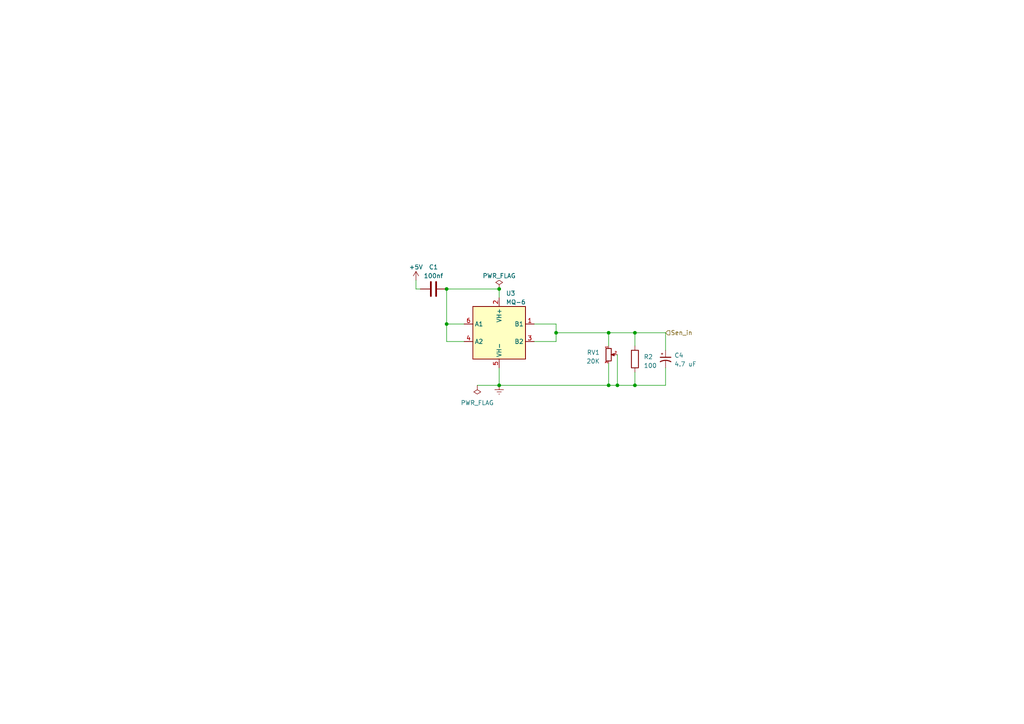
<source format=kicad_sch>
(kicad_sch (version 20230121) (generator eeschema)
  (paper "A4")
  (lib_symbols
    (symbol "Device:C" (pin_numbers hide) (pin_names (offset 0.254))
      (property "Reference" "C" (at 0.635 2.54 0))
      (property "Value" "C" (at 0.635 -2.54 0))
      (symbol "C_0_1"
        (polyline (pts (xy -2.032 -0.762) (xy 2.032 -0.762)) (stroke (width 0.508)))
        (polyline (pts (xy -2.032 0.762) (xy 2.032 0.762)) (stroke (width 0.508)))
      )
      (symbol "C_1_1"
        (pin passive line (at 0 3.81 270) (length 2.794) (name "~") (number "1"))
        (pin passive line (at 0 -3.81 90) (length 2.794) (name "~") (number "2"))
      )
    )
    (symbol "Device:C_Polarized_Small_US" (pin_numbers hide) (pin_names (offset 0.254) hide)
      (property "Reference" "C" (at 0.254 1.778 0))
      (property "Value" "C_Polarized_Small_US" (at 0.254 -2.032 0))
      (symbol "C_Polarized_Small_US_0_1"
        (polyline (pts (xy -1.524 0.508) (xy 1.524 0.508)) (stroke (width 0.3048)))
        (polyline (pts (xy -1.27 1.524) (xy -0.762 1.524)))
        (polyline (pts (xy -1.016 1.27) (xy -1.016 1.778)))
        (arc (start 1.524 -0.762) (mid 0 -0.3734) (end -1.524 -0.762) (stroke (width 0.3048)))
      )
      (symbol "C_Polarized_Small_US_1_1"
        (pin passive line (at 0 2.54 270) (length 2.032) (name "~") (number "1"))
        (pin passive line (at 0 -2.54 90) (length 2.032) (name "~") (number "2"))
      )
    )
    (symbol "Device:R" (pin_numbers hide) (pin_names (offset 0))
      (property "Reference" "R" (at 2.032 0 90))
      (property "Value" "R" (at 0 0 90))
      (symbol "R_0_1"
        (rectangle (start -1.016 -2.54) (end 1.016 2.54) (stroke (width 0.254)))
      )
      (symbol "R_1_1"
        (pin passive line (at 0 3.81 270) (length 1.27) (name "~") (number "1"))
        (pin passive line (at 0 -3.81 90) (length 1.27) (name "~") (number "2"))
      )
    )
    (symbol "Device:R_Potentiometer_Small" (pin_names (offset 1.016) hide)
      (property "Reference" "RV" (at -4.445 0 90))
      (property "Value" "R_Potentiometer_Small" (at -2.54 0 90))
      (symbol "R_Potentiometer_Small_0_1"
        (polyline (pts (xy 0.889 0) (xy 0.635 0) (xy 1.651 0.381) (xy 1.651 -0.381) (xy 0.635 0) (xy 0.889 0)) (fill (type outline)))
        (rectangle (start 0.762 1.8034) (end -0.762 -1.8034) (stroke (width 0.254)))
      )
      (symbol "R_Potentiometer_Small_1_1"
        (pin passive line (at 0 2.54 270) (length 0.635) (name "1") (number "1"))
        (pin passive line (at 2.54 0 180) (length 0.9906) (name "2") (number "2"))
        (pin passive line (at 0 -2.54 90) (length 0.635) (name "3") (number "3"))
      )
    )
    (symbol "Sensor_Gas:MQ-6"
      (property "Reference" "U" (at -6.35 8.89 0))
      (property "Value" "MQ-6" (at 3.81 8.89 0))
      (symbol "MQ-6_0_1"
        (rectangle (start -7.62 7.62) (end 7.62 -7.62) (stroke (width 0.254)) (fill (type background)))
      )
      (symbol "MQ-6_1_1"
        (pin passive line (at 10.16 2.54 180) (length 2.54) (name "B1") (number "1"))
        (pin power_in line (at 0 10.16 270) (length 2.54) (name "VH+") (number "2"))
        (pin passive line (at 10.16 -2.54 180) (length 2.54) (name "B2") (number "3"))
        (pin passive line (at -10.16 -2.54 0) (length 2.54) (name "A2") (number "4"))
        (pin power_in line (at 0 -10.16 90) (length 2.54) (name "VH-") (number "5"))
        (pin passive line (at -10.16 2.54 0) (length 2.54) (name "A1") (number "6"))
      )
    )
    (symbol "power:+5V" (power) (pin_names (offset 0))
      (property "Value" "+5V" (at 0 3.556 0))
      (symbol "+5V_0_1"
        (polyline (pts (xy -0.762 1.27) (xy 0 2.54)))
        (polyline (pts (xy 0 0) (xy 0 2.54)))
        (polyline (pts (xy 0 2.54) (xy 0.762 1.27)))
      )
      (symbol "+5V_1_1"
        (pin power_in line (at 0 0 90) (length 0) hide (name "+5V") (number "1"))
      )
    )
    (symbol "power:Earth" (power) (pin_names (offset 0))
      (symbol "Earth_0_1"
        (polyline (pts (xy -0.635 -1.905) (xy 0.635 -1.905)))
        (polyline (pts (xy -0.127 -2.54) (xy 0.127 -2.54)))
        (polyline (pts (xy 0 -1.27) (xy 0 0)))
        (polyline (pts (xy 1.27 -1.27) (xy -1.27 -1.27)))
      )
      (symbol "Earth_1_1"
        (pin power_in line (at 0 0 270) (length 0) hide (name "Earth") (number "1"))
      )
    )
    (symbol "power:PWR_FLAG" (power) (pin_numbers hide) (pin_names (offset 0) hide)
      (property "Value" "PWR_FLAG" (at 0 3.81 0))
      (symbol "PWR_FLAG_0_0"
        (pin power_out line (at 0 0 90) (length 0) (name "pwr") (number "1"))
      )
      (symbol "PWR_FLAG_0_1"
        (polyline (pts (xy 0 0) (xy 0 1.27) (xy -1.016 1.905) (xy 0 2.54) (xy 1.016 1.905) (xy 0 1.27)))
      )
    )
  )
  (junction (at 144.78 111.76))
  (junction (at 176.53 111.76))
  (junction (at 161.29 96.52))
  (junction (at 129.54 83.82))
  (junction (at 129.54 93.98))
  (junction (at 184.15 96.52))
  (junction (at 176.53 96.52))
  (junction (at 144.78 83.82))
  (junction (at 184.15 111.76))
  (junction (at 179.07 111.76))
  (wire (pts (xy 144.78 83.82) (xy 129.54 83.82)))
  (wire (pts (xy 193.04 96.52) (xy 184.15 96.52)))
  (wire (pts (xy 144.78 86.36) (xy 144.78 83.82)))
  (wire (pts (xy 161.29 99.06) (xy 154.94 99.06)))
  (wire (pts (xy 144.78 111.76) (xy 144.78 106.68)))
  (wire (pts (xy 154.94 93.98) (xy 161.29 93.98)))
  (wire (pts (xy 176.53 105.41) (xy 176.53 111.76)))
  (wire (pts (xy 184.15 96.52) (xy 176.53 96.52)))
  (wire (pts (xy 193.04 106.68) (xy 193.04 111.76)))
  (wire (pts (xy 129.54 93.98) (xy 129.54 99.06)))
  (wire (pts (xy 179.07 102.87) (xy 179.07 111.76)))
  (wire (pts (xy 176.53 96.52) (xy 176.53 100.33)))
  (wire (pts (xy 129.54 99.06) (xy 134.62 99.06)))
  (wire (pts (xy 179.07 111.76) (xy 176.53 111.76)))
  (wire (pts (xy 120.65 83.82) (xy 120.65 81.28)))
  (wire (pts (xy 193.04 111.76) (xy 184.15 111.76)))
  (wire (pts (xy 161.29 96.52) (xy 161.29 99.06)))
  (wire (pts (xy 179.07 111.76) (xy 184.15 111.76)))
  (wire (pts (xy 134.62 93.98) (xy 129.54 93.98)))
  (wire (pts (xy 129.54 83.82) (xy 129.54 93.98)))
  (wire (pts (xy 120.65 83.82) (xy 121.92 83.82)))
  (wire (pts (xy 144.78 111.76) (xy 176.53 111.76)))
  (wire (pts (xy 176.53 96.52) (xy 161.29 96.52)))
  (wire (pts (xy 161.29 93.98) (xy 161.29 96.52)))
  (wire (pts (xy 184.15 107.95) (xy 184.15 111.76)))
  (wire (pts (xy 193.04 101.6) (xy 193.04 96.52)))
  (wire (pts (xy 138.43 111.76) (xy 144.78 111.76)))
  (wire (pts (xy 184.15 100.33) (xy 184.15 96.52)))
  (hierarchical_label "Sen_in" (shape input) (at 193.04 96.52 0))
  (symbol (lib_id "Device:R_Potentiometer_Small") (at 176.53 102.87 0) (unit 1)
    (property "Reference" "RV1" (at 173.99 102.235 0) (effects (justify right)))
    (property "Value" "20K" (at 173.99 104.775 0) (effects (justify right)))
    (property "Footprint" "Potentiometer_THT:Potentiometer_ACP_CA6-H2,5_Horizontal" (effects hide))
    (property "Datasheet" "https://www.mouser.com/datasheet/2/670/ptn06-3075547.pdf" (effects hide))
    (property "Manufacturer_Part_Number" "PTN06-B20CC20" (effects hide))
    (property "Mouser Price/Stock" "https://www.mouser.com/ProductDetail/CUI-Devices/PTN06-B20CC20?qs=rQFj71Wb1eXGBEJHGeLHfA%3D%3D" (effects hide))
    (instances (project "KISS" (path "" (reference "RV1") (unit 1))) (project "KISS_V2" (path "" (reference "RV2") (unit 1))) (project "Proyecto kiss" (path "" (reference "RV2") (unit 1)) (path "" (reference "RV2") (unit 1))))
  )
  (symbol (lib_id "power:+5V") (at 120.65 81.28 0) (unit 1)
    (property "Reference" "#PWR014" (effects hide))
    (property "Value" "+5V" (at 120.65 77.47 0))
    (instances (project "Proyecto kiss" (path "" (reference "#PWR014") (unit 1)) (path "" (reference "#PWR012") (unit 1))))
  )
  (symbol (lib_id "power:PWR_FLAG") (at 144.78 83.82 0) (unit 1)
    (property "Reference" "#FLG05" (effects hide))
    (property "Value" "PWR_FLAG" (at 144.78 80.01 0))
  )
  (symbol (lib_id "Device:C") (at 125.73 83.82 270) (unit 1)
    (property "Reference" "C1" (at 125.73 77.47 90))
    (property "Value" "100nf" (at 125.73 80.01 90))
    (property "Footprint" "Capacitor_SMD:C_0603_1608Metric" (effects hide))
    (property "Datasheet" "https://www.mouser.com/datasheet/2/212/KEM_C1023_X7R_AUTO_SMD-1093309.pdf" (effects hide))
    (property "Manufacturer_Part_Number" "C0603C104K5RAC3121" (effects hide))
    (property "Mouser Price/Stock" "https://www.mouser.com/ProductDetail/KEMET/C0603C104K5RAC3121?qs=oBCMsStVSxe1EkGyoyETtg%3D%3D" (effects hide))
    (instances (project "KISS_V2" (path "" (reference "C1") (unit 1))) (project "Proyecto kiss" (path "" (reference "C8") (unit 1)) (path "" (reference "C8") (unit 1))))
  )
  (symbol (lib_id "Device:R") (at 184.15 104.14 0) (unit 1)
    (property "Reference" "R2" (at 186.69 103.505 0) (effects (justify left)))
    (property "Value" "100" (at 186.69 106.045 0) (effects (justify left)))
    (property "Footprint" "Resistor_SMD:R_0603_1608Metric" (effects hide))
    (property "Datasheet" "https://www.mouser.com/datasheet/2/315/PANA_S_A0013004771_1-2522297.pdf" (effects hide))
    (property "Manufacturer_Part_Number" "ERA-1AEB101C" (effects hide))
    (property "Mouser Price/Stock" "https://www.mouser.com/ProductDetail/Panasonic/ERA-1AEB101C?qs=sGAEpiMZZMtlubZbdhIBIAI3Iw0L1RezpWppR4YTbHk%3D" (effects hide))
    (instances (project "KISS_V2" (path "" (reference "R2") (unit 1))) (project "Proyecto kiss" (path "" (reference "R20") (unit 1)) (path "" (reference "R20") (unit 1))))
  )
  (symbol (lib_id "power:Earth") (at 144.78 111.76 0) (unit 1)
    (property "Reference" "#PWR01" (effects hide))
    (property "Value" "Earth" (effects hide))
    (instances (project "KISS_V2" (path "" (reference "#PWR01") (unit 1))) (project "Proyecto kiss" (path "" (reference "#PWR012") (unit 1)) (path "" (reference "#PWR014") (unit 1))))
  )
  (symbol (lib_id "Device:C_Polarized_Small_US") (at 193.04 104.14 0) (unit 1)
    (property "Reference" "C4" (at 195.58 103.0732 0) (effects (justify left)))
    (property "Value" "4.7 uF" (at 195.58 105.6132 0) (effects (justify left)))
    (property "Footprint" "Capacitor_SMD:CP_Elec_4x5.4" (effects hide))
    (property "Datasheet" "https://www.mouser.com/datasheet/2/315/AAB8000C193-947353.pdf" (effects hide))
    (property "Manufacturer_Part_Number" "10SVP4R7M" (effects hide))
    (property "Mouser Price/Stock" "https://www.mouser.com/ProductDetail/Panasonic/10SVP4R7M?qs=sGAEpiMZZMvwFf0viD3Y3eoMVEnKb7U0ksTMrK9k4v4%3D" (effects hide))
    (instances (project "KISS_V2" (path "" (reference "C4") (unit 1))) (project "Proyecto kiss" (path "" (reference "C11") (unit 1)) (path "" (reference "C11") (unit 1))))
  )
  (symbol (lib_id "power:PWR_FLAG") (at 138.43 111.76 180) (unit 1)
    (property "Reference" "#FLG03" (effects hide))
    (property "Value" "PWR_FLAG" (at 138.43 116.84 0))
  )
  (symbol (lib_id "Sensor_Gas:MQ-6") (at 144.78 96.52 0) (unit 1)
    (property "Reference" "U3" (at 146.7359 85.09 0) (effects (justify left)))
    (property "Value" "MQ-6" (at 146.7359 87.63 0) (effects (justify left)))
    (property "Footprint" "Sensor:MQ-6" (effects hide))
    (property "Datasheet" "https://www.winsen-sensor.com/d/files/semiconductor/mq-6.pdf" (effects hide))
    (property "Manufacturer_Part_Number" "MQ-6" (effects hide))
    (property "Mouser Price/Stock" "https://www.ebay.com/itm/191834810651?hash=item2caa3ee91b:g:Ny8AAOSwzvlW9KBp&amdata=enc%3AAQAHAAAA4FqEZDcgKNEkk1btbbmFxm1Nma3o3wLs2C8%2BsgFTHapwymcN6F4PoUX4WFlI6Y9lP6DaWhPdRo%2F7FlM73Nh8LNUgHjzjbaDNJdxCiK7bEHtTFDq1mFYre3d%2FYDvSDXL81v0doZOuwKM2ZjDZreGn7L%2BDzdlB6Y3pvcOxlTu1wm4eDJIKUHexa%2FNeDVHhazvqU%2Fv%2FayXbViA4MI3Ca4xsGe5EanH0Tdf992zxOe7MlfTun0oACh1nit5hRtZpe%2FKRd1CE6VFxLGtcJ3AkhUw6sMTH%2BxDDPz2At5taMMYZZY2g%7Ctkp%3ABk9SR_jwxODnYQ" (effects hide))
    (instances (project "KISS" (path "" (reference "U3") (unit 1))) (project "KISS_V2" (path "" (reference "U1") (unit 1))) (project "Proyecto kiss" (path "" (reference "U4") (unit 1)) (path "" (reference "U4") (unit 1))))
  )
)
</source>
